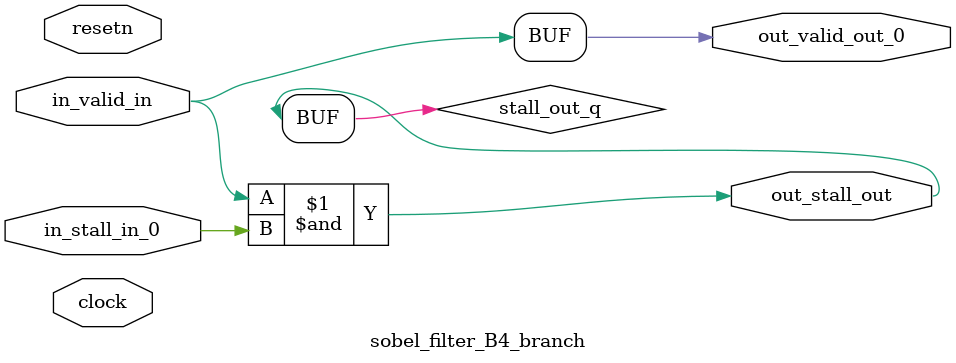
<source format=sv>



(* altera_attribute = "-name AUTO_SHIFT_REGISTER_RECOGNITION OFF; -name MESSAGE_DISABLE 10036; -name MESSAGE_DISABLE 10037; -name MESSAGE_DISABLE 14130; -name MESSAGE_DISABLE 14320; -name MESSAGE_DISABLE 15400; -name MESSAGE_DISABLE 14130; -name MESSAGE_DISABLE 10036; -name MESSAGE_DISABLE 12020; -name MESSAGE_DISABLE 12030; -name MESSAGE_DISABLE 12010; -name MESSAGE_DISABLE 12110; -name MESSAGE_DISABLE 14320; -name MESSAGE_DISABLE 13410; -name MESSAGE_DISABLE 113007; -name MESSAGE_DISABLE 10958" *)
module sobel_filter_B4_branch (
    input wire [0:0] in_stall_in_0,
    input wire [0:0] in_valid_in,
    output wire [0:0] out_stall_out,
    output wire [0:0] out_valid_out_0,
    input wire clock,
    input wire resetn
    );

    wire [0:0] stall_out_q;


    // stall_out(LOGICAL,6)
    assign stall_out_q = in_valid_in & in_stall_in_0;

    // out_stall_out(GPOUT,4)
    assign out_stall_out = stall_out_q;

    // out_valid_out_0(GPOUT,5)
    assign out_valid_out_0 = in_valid_in;

endmodule

</source>
